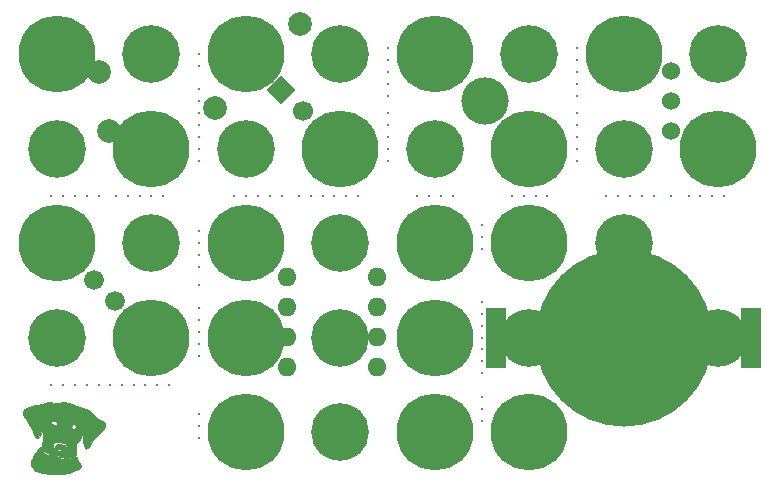
<source format=gts>
G04 #@! TF.FileFunction,Soldermask,Top*
%FSLAX46Y46*%
G04 Gerber Fmt 4.6, Leading zero omitted, Abs format (unit mm)*
G04 Created by KiCad (PCBNEW (2015-08-15 BZR 6092)-product) date 2/28/2016 10:29:08 PM*
%MOMM*%
G01*
G04 APERTURE LIST*
%ADD10C,0.100000*%
%ADD11C,0.010000*%
%ADD12C,0.330200*%
%ADD13C,6.500000*%
%ADD14C,1.676400*%
%ADD15C,1.700000*%
%ADD16O,1.600000X1.600000*%
%ADD17C,1.998980*%
%ADD18C,4.876800*%
%ADD19R,0.500000X3.000000*%
%ADD20R,0.500000X1.800000*%
%ADD21C,4.000000*%
%ADD22C,15.000000*%
%ADD23R,1.778000X5.080000*%
%ADD24C,1.524000*%
%ADD25C,2.000000*%
G04 APERTURE END LIST*
D10*
D11*
G36*
X111712159Y-57254412D02*
X111722000Y-57328658D01*
X111743882Y-57447858D01*
X111798476Y-57601617D01*
X111819588Y-57648101D01*
X111917177Y-57850086D01*
X112342924Y-57911643D01*
X112558081Y-57940435D01*
X112749923Y-57962023D01*
X112884355Y-57972680D01*
X112905736Y-57973200D01*
X113005959Y-57986446D01*
X113042800Y-58014645D01*
X113083231Y-58061799D01*
X113185820Y-58134346D01*
X113251755Y-58173530D01*
X113372136Y-58234069D01*
X113483136Y-58265117D01*
X113620181Y-58271614D01*
X113818696Y-58258501D01*
X113844513Y-58256191D01*
X114059786Y-58228961D01*
X114259337Y-58190601D01*
X114400920Y-58149277D01*
X114403761Y-58148106D01*
X114549055Y-58092446D01*
X114628890Y-58086584D01*
X114670100Y-58137839D01*
X114693800Y-58227200D01*
X114728602Y-58333784D01*
X114766147Y-58379567D01*
X114766977Y-58379600D01*
X114820068Y-58422607D01*
X114886799Y-58529096D01*
X114951507Y-58665264D01*
X114998533Y-58797309D01*
X115012213Y-58891429D01*
X115009474Y-58902979D01*
X114937145Y-58989824D01*
X114792683Y-59095068D01*
X114600539Y-59205569D01*
X114385159Y-59308185D01*
X114170992Y-59389775D01*
X114033400Y-59427663D01*
X113401191Y-59535078D01*
X112822391Y-59570232D01*
X112279935Y-59534048D01*
X112221996Y-59525789D01*
X112002494Y-59490709D01*
X111805379Y-59455450D01*
X111664552Y-59426191D01*
X111637796Y-59419352D01*
X111521834Y-59392769D01*
X111455300Y-59387266D01*
X111418461Y-59357471D01*
X111417200Y-59344800D01*
X111374658Y-59303506D01*
X111315746Y-59294000D01*
X111221569Y-59261377D01*
X111092602Y-59178031D01*
X111015037Y-59113984D01*
X110861596Y-58945955D01*
X110782929Y-58774698D01*
X110777268Y-58580659D01*
X110842844Y-58344281D01*
X110927697Y-58148385D01*
X111024844Y-57971415D01*
X111152021Y-57777613D01*
X111293855Y-57586166D01*
X111434971Y-57416261D01*
X111559998Y-57287085D01*
X111653563Y-57217828D01*
X111678568Y-57211200D01*
X111712159Y-57254412D01*
X111712159Y-57254412D01*
G37*
X111712159Y-57254412D02*
X111722000Y-57328658D01*
X111743882Y-57447858D01*
X111798476Y-57601617D01*
X111819588Y-57648101D01*
X111917177Y-57850086D01*
X112342924Y-57911643D01*
X112558081Y-57940435D01*
X112749923Y-57962023D01*
X112884355Y-57972680D01*
X112905736Y-57973200D01*
X113005959Y-57986446D01*
X113042800Y-58014645D01*
X113083231Y-58061799D01*
X113185820Y-58134346D01*
X113251755Y-58173530D01*
X113372136Y-58234069D01*
X113483136Y-58265117D01*
X113620181Y-58271614D01*
X113818696Y-58258501D01*
X113844513Y-58256191D01*
X114059786Y-58228961D01*
X114259337Y-58190601D01*
X114400920Y-58149277D01*
X114403761Y-58148106D01*
X114549055Y-58092446D01*
X114628890Y-58086584D01*
X114670100Y-58137839D01*
X114693800Y-58227200D01*
X114728602Y-58333784D01*
X114766147Y-58379567D01*
X114766977Y-58379600D01*
X114820068Y-58422607D01*
X114886799Y-58529096D01*
X114951507Y-58665264D01*
X114998533Y-58797309D01*
X115012213Y-58891429D01*
X115009474Y-58902979D01*
X114937145Y-58989824D01*
X114792683Y-59095068D01*
X114600539Y-59205569D01*
X114385159Y-59308185D01*
X114170992Y-59389775D01*
X114033400Y-59427663D01*
X113401191Y-59535078D01*
X112822391Y-59570232D01*
X112279935Y-59534048D01*
X112221996Y-59525789D01*
X112002494Y-59490709D01*
X111805379Y-59455450D01*
X111664552Y-59426191D01*
X111637796Y-59419352D01*
X111521834Y-59392769D01*
X111455300Y-59387266D01*
X111418461Y-59357471D01*
X111417200Y-59344800D01*
X111374658Y-59303506D01*
X111315746Y-59294000D01*
X111221569Y-59261377D01*
X111092602Y-59178031D01*
X111015037Y-59113984D01*
X110861596Y-58945955D01*
X110782929Y-58774698D01*
X110777268Y-58580659D01*
X110842844Y-58344281D01*
X110927697Y-58148385D01*
X111024844Y-57971415D01*
X111152021Y-57777613D01*
X111293855Y-57586166D01*
X111434971Y-57416261D01*
X111559998Y-57287085D01*
X111653563Y-57217828D01*
X111678568Y-57211200D01*
X111712159Y-57254412D01*
G36*
X112586400Y-53431202D02*
X112614677Y-53478588D01*
X112620804Y-53499448D01*
X112665538Y-53576771D01*
X112709844Y-53587086D01*
X112786556Y-53568269D01*
X112934000Y-53539744D01*
X113122479Y-53507197D01*
X113153022Y-53502228D01*
X113434390Y-53471608D01*
X113691951Y-53481038D01*
X113956497Y-53535561D01*
X114258817Y-53640219D01*
X114430173Y-53711374D01*
X114661661Y-53801538D01*
X114910395Y-53883509D01*
X115111882Y-53936985D01*
X115471910Y-54038996D01*
X115758740Y-54181395D01*
X115997801Y-54380173D01*
X116188557Y-54614013D01*
X116340572Y-54763731D01*
X116561853Y-54895878D01*
X116594054Y-54910551D01*
X116824939Y-55023340D01*
X116969896Y-55124043D01*
X117041935Y-55223672D01*
X117055959Y-55301373D01*
X117028702Y-55438743D01*
X116958274Y-55617227D01*
X116861573Y-55805249D01*
X116755494Y-55971236D01*
X116656934Y-56083612D01*
X116625769Y-56105274D01*
X116526145Y-56182514D01*
X116387758Y-56321920D01*
X116228882Y-56501578D01*
X116067790Y-56699575D01*
X115922758Y-56893997D01*
X115812057Y-57062930D01*
X115782424Y-57116609D01*
X115693974Y-57253416D01*
X115596480Y-57353657D01*
X115573337Y-57368663D01*
X115481836Y-57399095D01*
X115408602Y-57357846D01*
X115370966Y-57314753D01*
X115264237Y-57125420D01*
X115203487Y-56871973D01*
X115186786Y-56543272D01*
X115196813Y-56309500D01*
X115205747Y-56093134D01*
X115200929Y-55937325D01*
X115185434Y-55850419D01*
X115162333Y-55840766D01*
X115134700Y-55916714D01*
X115108054Y-56068362D01*
X115023415Y-56378816D01*
X114858359Y-56704471D01*
X114706063Y-56921761D01*
X114622995Y-57032666D01*
X114583568Y-57118660D01*
X114580916Y-57218214D01*
X114608175Y-57369799D01*
X114617901Y-57415818D01*
X114650151Y-57686424D01*
X114614828Y-57885166D01*
X114510159Y-58017597D01*
X114409092Y-58069037D01*
X114210842Y-58115684D01*
X113961797Y-58144146D01*
X113710187Y-58151165D01*
X113504243Y-58133484D01*
X113491672Y-58131007D01*
X113327184Y-58080738D01*
X113183263Y-58012012D01*
X113177435Y-58008274D01*
X113063399Y-57958986D01*
X112886117Y-57909596D01*
X112683395Y-57870585D01*
X112677763Y-57869750D01*
X112393093Y-57822349D01*
X112191247Y-57773384D01*
X112053572Y-57716265D01*
X111961415Y-57644405D01*
X111929874Y-57605571D01*
X111871549Y-57496199D01*
X112826282Y-57496199D01*
X112831211Y-57527867D01*
X112833889Y-57530609D01*
X112917103Y-57564635D01*
X113049510Y-57577094D01*
X113064345Y-57576722D01*
X113191383Y-57585020D01*
X113268265Y-57614128D01*
X113272402Y-57619221D01*
X113343919Y-57661973D01*
X113388698Y-57667622D01*
X113443418Y-57657829D01*
X113404591Y-57622501D01*
X113357697Y-57561813D01*
X113361987Y-57533819D01*
X113356768Y-57463355D01*
X113317695Y-57391430D01*
X113264386Y-57329944D01*
X113246737Y-57352153D01*
X113246000Y-57374534D01*
X113214311Y-57432892D01*
X113144400Y-57429119D01*
X113060819Y-57431742D01*
X113042800Y-57465197D01*
X113000366Y-57506930D01*
X112911948Y-57502830D01*
X112826282Y-57496199D01*
X111871549Y-57496199D01*
X111867930Y-57489413D01*
X111810273Y-57334538D01*
X111766904Y-57175967D01*
X111765115Y-57164028D01*
X112636400Y-57164028D01*
X112647858Y-57289925D01*
X112676423Y-57359049D01*
X112687200Y-57363600D01*
X112786537Y-57343005D01*
X112799529Y-57294189D01*
X112813847Y-57223429D01*
X112862059Y-57132357D01*
X112914001Y-57068080D01*
X112981073Y-57036123D01*
X113092801Y-57029557D01*
X113256771Y-57039692D01*
X113485837Y-57073782D01*
X113637680Y-57140768D01*
X113734602Y-57253110D01*
X113767516Y-57325099D01*
X113763872Y-57404847D01*
X113675682Y-57478002D01*
X113650651Y-57491503D01*
X113548508Y-57551005D01*
X113500521Y-57592116D01*
X113500000Y-57594472D01*
X113541077Y-57601131D01*
X113634816Y-57586594D01*
X113736974Y-57560202D01*
X113803311Y-57531294D01*
X113804667Y-57530152D01*
X113824986Y-57459058D01*
X113824509Y-57328972D01*
X113807539Y-57179354D01*
X113778382Y-57049662D01*
X113744897Y-56982231D01*
X113668698Y-56948394D01*
X113522186Y-56908070D01*
X113335850Y-56867453D01*
X113140183Y-56832738D01*
X112965675Y-56810119D01*
X112871543Y-56804800D01*
X112752224Y-56850800D01*
X112669209Y-56974577D01*
X112636467Y-57154791D01*
X112636400Y-57164028D01*
X111765115Y-57164028D01*
X111747829Y-57048726D01*
X111755471Y-56994939D01*
X111766078Y-56930340D01*
X111776174Y-56783736D01*
X111784811Y-56574721D01*
X111791043Y-56322890D01*
X111792462Y-56229701D01*
X111794546Y-55985064D01*
X111794118Y-55793426D01*
X111791384Y-55668827D01*
X111786731Y-55626897D01*
X114216390Y-55626897D01*
X114248544Y-55674123D01*
X114343833Y-55686718D01*
X114412775Y-55687200D01*
X114571643Y-55669065D01*
X114647467Y-55617479D01*
X114648506Y-55614969D01*
X114648013Y-55516575D01*
X114618136Y-55434202D01*
X114544577Y-55355482D01*
X114422442Y-55339387D01*
X114398324Y-55341333D01*
X114284126Y-55366223D01*
X114234784Y-55433583D01*
X114220681Y-55522100D01*
X114216390Y-55626897D01*
X111786731Y-55626897D01*
X111786554Y-55625308D01*
X111783682Y-55636400D01*
X111720148Y-55936383D01*
X111625751Y-56186188D01*
X111508592Y-56371740D01*
X111376772Y-56478968D01*
X111286593Y-56500000D01*
X111228988Y-56486556D01*
X111175555Y-56435222D01*
X111116001Y-56329489D01*
X111040030Y-56152853D01*
X110988480Y-56021980D01*
X110877224Y-55768797D01*
X110726982Y-55473322D01*
X110561494Y-55180221D01*
X112518373Y-55180221D01*
X112521498Y-55195180D01*
X112597765Y-55344184D01*
X112722766Y-55418706D01*
X112870652Y-55408745D01*
X112953900Y-55362484D01*
X113024997Y-55282089D01*
X113039723Y-55210059D01*
X112992000Y-55179200D01*
X112946931Y-55138054D01*
X112941200Y-55103000D01*
X112895966Y-55042383D01*
X112792954Y-55026800D01*
X112619063Y-55041422D01*
X112531443Y-55090139D01*
X112518373Y-55180221D01*
X110561494Y-55180221D01*
X110558712Y-55175294D01*
X110445874Y-54993280D01*
X110296702Y-54759686D01*
X110197086Y-54591252D01*
X110138720Y-54469624D01*
X110113301Y-54376447D01*
X110112524Y-54293365D01*
X110116297Y-54264800D01*
X110165907Y-54116826D01*
X110247889Y-54002302D01*
X110252278Y-53998589D01*
X110390831Y-53919398D01*
X110605871Y-53837352D01*
X110872807Y-53759878D01*
X111167047Y-53694403D01*
X111372911Y-53660135D01*
X111608921Y-53620640D01*
X111851466Y-53570427D01*
X112026800Y-53526151D01*
X112268454Y-53458176D01*
X112430679Y-53420214D01*
X112530864Y-53411483D01*
X112586400Y-53431202D01*
X112586400Y-53431202D01*
G37*
X112586400Y-53431202D02*
X112614677Y-53478588D01*
X112620804Y-53499448D01*
X112665538Y-53576771D01*
X112709844Y-53587086D01*
X112786556Y-53568269D01*
X112934000Y-53539744D01*
X113122479Y-53507197D01*
X113153022Y-53502228D01*
X113434390Y-53471608D01*
X113691951Y-53481038D01*
X113956497Y-53535561D01*
X114258817Y-53640219D01*
X114430173Y-53711374D01*
X114661661Y-53801538D01*
X114910395Y-53883509D01*
X115111882Y-53936985D01*
X115471910Y-54038996D01*
X115758740Y-54181395D01*
X115997801Y-54380173D01*
X116188557Y-54614013D01*
X116340572Y-54763731D01*
X116561853Y-54895878D01*
X116594054Y-54910551D01*
X116824939Y-55023340D01*
X116969896Y-55124043D01*
X117041935Y-55223672D01*
X117055959Y-55301373D01*
X117028702Y-55438743D01*
X116958274Y-55617227D01*
X116861573Y-55805249D01*
X116755494Y-55971236D01*
X116656934Y-56083612D01*
X116625769Y-56105274D01*
X116526145Y-56182514D01*
X116387758Y-56321920D01*
X116228882Y-56501578D01*
X116067790Y-56699575D01*
X115922758Y-56893997D01*
X115812057Y-57062930D01*
X115782424Y-57116609D01*
X115693974Y-57253416D01*
X115596480Y-57353657D01*
X115573337Y-57368663D01*
X115481836Y-57399095D01*
X115408602Y-57357846D01*
X115370966Y-57314753D01*
X115264237Y-57125420D01*
X115203487Y-56871973D01*
X115186786Y-56543272D01*
X115196813Y-56309500D01*
X115205747Y-56093134D01*
X115200929Y-55937325D01*
X115185434Y-55850419D01*
X115162333Y-55840766D01*
X115134700Y-55916714D01*
X115108054Y-56068362D01*
X115023415Y-56378816D01*
X114858359Y-56704471D01*
X114706063Y-56921761D01*
X114622995Y-57032666D01*
X114583568Y-57118660D01*
X114580916Y-57218214D01*
X114608175Y-57369799D01*
X114617901Y-57415818D01*
X114650151Y-57686424D01*
X114614828Y-57885166D01*
X114510159Y-58017597D01*
X114409092Y-58069037D01*
X114210842Y-58115684D01*
X113961797Y-58144146D01*
X113710187Y-58151165D01*
X113504243Y-58133484D01*
X113491672Y-58131007D01*
X113327184Y-58080738D01*
X113183263Y-58012012D01*
X113177435Y-58008274D01*
X113063399Y-57958986D01*
X112886117Y-57909596D01*
X112683395Y-57870585D01*
X112677763Y-57869750D01*
X112393093Y-57822349D01*
X112191247Y-57773384D01*
X112053572Y-57716265D01*
X111961415Y-57644405D01*
X111929874Y-57605571D01*
X111871549Y-57496199D01*
X112826282Y-57496199D01*
X112831211Y-57527867D01*
X112833889Y-57530609D01*
X112917103Y-57564635D01*
X113049510Y-57577094D01*
X113064345Y-57576722D01*
X113191383Y-57585020D01*
X113268265Y-57614128D01*
X113272402Y-57619221D01*
X113343919Y-57661973D01*
X113388698Y-57667622D01*
X113443418Y-57657829D01*
X113404591Y-57622501D01*
X113357697Y-57561813D01*
X113361987Y-57533819D01*
X113356768Y-57463355D01*
X113317695Y-57391430D01*
X113264386Y-57329944D01*
X113246737Y-57352153D01*
X113246000Y-57374534D01*
X113214311Y-57432892D01*
X113144400Y-57429119D01*
X113060819Y-57431742D01*
X113042800Y-57465197D01*
X113000366Y-57506930D01*
X112911948Y-57502830D01*
X112826282Y-57496199D01*
X111871549Y-57496199D01*
X111867930Y-57489413D01*
X111810273Y-57334538D01*
X111766904Y-57175967D01*
X111765115Y-57164028D01*
X112636400Y-57164028D01*
X112647858Y-57289925D01*
X112676423Y-57359049D01*
X112687200Y-57363600D01*
X112786537Y-57343005D01*
X112799529Y-57294189D01*
X112813847Y-57223429D01*
X112862059Y-57132357D01*
X112914001Y-57068080D01*
X112981073Y-57036123D01*
X113092801Y-57029557D01*
X113256771Y-57039692D01*
X113485837Y-57073782D01*
X113637680Y-57140768D01*
X113734602Y-57253110D01*
X113767516Y-57325099D01*
X113763872Y-57404847D01*
X113675682Y-57478002D01*
X113650651Y-57491503D01*
X113548508Y-57551005D01*
X113500521Y-57592116D01*
X113500000Y-57594472D01*
X113541077Y-57601131D01*
X113634816Y-57586594D01*
X113736974Y-57560202D01*
X113803311Y-57531294D01*
X113804667Y-57530152D01*
X113824986Y-57459058D01*
X113824509Y-57328972D01*
X113807539Y-57179354D01*
X113778382Y-57049662D01*
X113744897Y-56982231D01*
X113668698Y-56948394D01*
X113522186Y-56908070D01*
X113335850Y-56867453D01*
X113140183Y-56832738D01*
X112965675Y-56810119D01*
X112871543Y-56804800D01*
X112752224Y-56850800D01*
X112669209Y-56974577D01*
X112636467Y-57154791D01*
X112636400Y-57164028D01*
X111765115Y-57164028D01*
X111747829Y-57048726D01*
X111755471Y-56994939D01*
X111766078Y-56930340D01*
X111776174Y-56783736D01*
X111784811Y-56574721D01*
X111791043Y-56322890D01*
X111792462Y-56229701D01*
X111794546Y-55985064D01*
X111794118Y-55793426D01*
X111791384Y-55668827D01*
X111786731Y-55626897D01*
X114216390Y-55626897D01*
X114248544Y-55674123D01*
X114343833Y-55686718D01*
X114412775Y-55687200D01*
X114571643Y-55669065D01*
X114647467Y-55617479D01*
X114648506Y-55614969D01*
X114648013Y-55516575D01*
X114618136Y-55434202D01*
X114544577Y-55355482D01*
X114422442Y-55339387D01*
X114398324Y-55341333D01*
X114284126Y-55366223D01*
X114234784Y-55433583D01*
X114220681Y-55522100D01*
X114216390Y-55626897D01*
X111786731Y-55626897D01*
X111786554Y-55625308D01*
X111783682Y-55636400D01*
X111720148Y-55936383D01*
X111625751Y-56186188D01*
X111508592Y-56371740D01*
X111376772Y-56478968D01*
X111286593Y-56500000D01*
X111228988Y-56486556D01*
X111175555Y-56435222D01*
X111116001Y-56329489D01*
X111040030Y-56152853D01*
X110988480Y-56021980D01*
X110877224Y-55768797D01*
X110726982Y-55473322D01*
X110561494Y-55180221D01*
X112518373Y-55180221D01*
X112521498Y-55195180D01*
X112597765Y-55344184D01*
X112722766Y-55418706D01*
X112870652Y-55408745D01*
X112953900Y-55362484D01*
X113024997Y-55282089D01*
X113039723Y-55210059D01*
X112992000Y-55179200D01*
X112946931Y-55138054D01*
X112941200Y-55103000D01*
X112895966Y-55042383D01*
X112792954Y-55026800D01*
X112619063Y-55041422D01*
X112531443Y-55090139D01*
X112518373Y-55180221D01*
X110561494Y-55180221D01*
X110558712Y-55175294D01*
X110445874Y-54993280D01*
X110296702Y-54759686D01*
X110197086Y-54591252D01*
X110138720Y-54469624D01*
X110113301Y-54376447D01*
X110112524Y-54293365D01*
X110116297Y-54264800D01*
X110165907Y-54116826D01*
X110247889Y-54002302D01*
X110252278Y-53998589D01*
X110390831Y-53919398D01*
X110605871Y-53837352D01*
X110872807Y-53759878D01*
X111167047Y-53694403D01*
X111372911Y-53660135D01*
X111608921Y-53620640D01*
X111851466Y-53570427D01*
X112026800Y-53526151D01*
X112268454Y-53458176D01*
X112430679Y-53420214D01*
X112530864Y-53411483D01*
X112586400Y-53431202D01*
G36*
X112788800Y-57338200D02*
X112763400Y-57363600D01*
X112738000Y-57338200D01*
X112763400Y-57312800D01*
X112788800Y-57338200D01*
X112788800Y-57338200D01*
G37*
X112788800Y-57338200D02*
X112763400Y-57363600D01*
X112738000Y-57338200D01*
X112763400Y-57312800D01*
X112788800Y-57338200D01*
G36*
X113754000Y-57084200D02*
X113728600Y-57109600D01*
X113703200Y-57084200D01*
X113728600Y-57058800D01*
X113754000Y-57084200D01*
X113754000Y-57084200D01*
G37*
X113754000Y-57084200D02*
X113728600Y-57109600D01*
X113703200Y-57084200D01*
X113728600Y-57058800D01*
X113754000Y-57084200D01*
D12*
X141000000Y-26484000D03*
X141000000Y-27500000D03*
X141000000Y-31984000D03*
X141000000Y-33000000D03*
X157000000Y-31984000D03*
X157000000Y-33000000D03*
D13*
X145000000Y-56000000D03*
D14*
X116101974Y-43101974D03*
X117898026Y-44898026D03*
D12*
X125000000Y-56516000D03*
X125000000Y-54484000D03*
X125000000Y-55500000D03*
X120016000Y-36000000D03*
X117984000Y-36000000D03*
X119000000Y-36000000D03*
X114516000Y-36000000D03*
X112484000Y-36000000D03*
X113500000Y-36000000D03*
X145516000Y-36000000D03*
X143484000Y-36000000D03*
X144500000Y-36000000D03*
X114516000Y-52000000D03*
X112484000Y-52000000D03*
X113500000Y-52000000D03*
X122516000Y-52000000D03*
X120484000Y-52000000D03*
X121500000Y-52000000D03*
X119516000Y-52000000D03*
X117484000Y-52000000D03*
X118500000Y-52000000D03*
X125000000Y-49516000D03*
X125000000Y-47484000D03*
X125000000Y-48500000D03*
X149000000Y-48016000D03*
X149000000Y-45984000D03*
X149000000Y-47000000D03*
X149000000Y-51016000D03*
X149000000Y-48984000D03*
X149000000Y-50000000D03*
X149000000Y-55016000D03*
X149000000Y-52984000D03*
X149000000Y-54000000D03*
X149000000Y-40516000D03*
X149000000Y-38484000D03*
X149000000Y-39500000D03*
X136484000Y-36000000D03*
X138516000Y-36000000D03*
X137500000Y-36000000D03*
X127984000Y-36000000D03*
X130016000Y-36000000D03*
X129000000Y-36000000D03*
X125000000Y-29016000D03*
X125000000Y-26984000D03*
X125000000Y-28000000D03*
X125000000Y-32016000D03*
X125000000Y-29984000D03*
X125000000Y-31000000D03*
X141000000Y-25516000D03*
X141000000Y-23484000D03*
X141000000Y-24500000D03*
X141000000Y-31016000D03*
X141000000Y-28984000D03*
X141000000Y-30000000D03*
X157000000Y-25516000D03*
X157000000Y-23484000D03*
X157000000Y-24500000D03*
X157000000Y-31016000D03*
X157000000Y-28984000D03*
X157000000Y-30000000D03*
X151484000Y-36000000D03*
X153516000Y-36000000D03*
X152500000Y-36000000D03*
X132016000Y-36000000D03*
X131000000Y-36000000D03*
X167484000Y-36000000D03*
X169516000Y-36000000D03*
X168500000Y-36000000D03*
D10*
G36*
X132000000Y-28202082D02*
X130797918Y-27000000D01*
X132000000Y-25797918D01*
X133202082Y-27000000D01*
X132000000Y-28202082D01*
X132000000Y-28202082D01*
G37*
D15*
X133796051Y-28796051D03*
D16*
X132500000Y-42900000D03*
X132500000Y-45440000D03*
X132500000Y-47980000D03*
X132500000Y-50520000D03*
X140120000Y-50520000D03*
X140120000Y-47980000D03*
X140120000Y-45440000D03*
X140120000Y-42900000D03*
D17*
X126407898Y-28592102D03*
X133592102Y-21407898D03*
D13*
X129000000Y-48000000D03*
X145000000Y-48000000D03*
D18*
X169000000Y-24000000D03*
X161000000Y-32000000D03*
X153000000Y-24000000D03*
X145000000Y-32000000D03*
X137000000Y-24000000D03*
X129000000Y-32000000D03*
X113000000Y-48000000D03*
X121000000Y-40000000D03*
X113000000Y-32000000D03*
X121000000Y-24000000D03*
D19*
X150250000Y-28000000D03*
D20*
X147615000Y-28000000D03*
D21*
X149250000Y-28000000D03*
D22*
X161000000Y-48000000D03*
D23*
X150205000Y-48000000D03*
X171795000Y-48000000D03*
D18*
X137000000Y-40000000D03*
D13*
X129000000Y-40000000D03*
X129000000Y-56000000D03*
X145000000Y-40000000D03*
D18*
X137000000Y-48000000D03*
X137000000Y-56000000D03*
X161000000Y-48000000D03*
D13*
X161000000Y-24000000D03*
X169000000Y-32000000D03*
D18*
X169000000Y-48000000D03*
X153000000Y-48000000D03*
D24*
X165000000Y-28000000D03*
X165000000Y-30540000D03*
X165000000Y-25460000D03*
D13*
X129000000Y-24000000D03*
X137000000Y-32000000D03*
X145000000Y-24000000D03*
X153000000Y-32000000D03*
X153000000Y-40000000D03*
X153000000Y-56000000D03*
D18*
X161000000Y-40000000D03*
D13*
X113000000Y-40000000D03*
X121000000Y-48000000D03*
X113000000Y-24000000D03*
X121000000Y-32000000D03*
D25*
X117434120Y-30462019D03*
X116565880Y-25537981D03*
D12*
X159484000Y-36000000D03*
X161516000Y-36000000D03*
X160500000Y-36000000D03*
X125000000Y-23984000D03*
X125000000Y-25000000D03*
X125000000Y-33000000D03*
X149000000Y-45000000D03*
X125000000Y-40984000D03*
X125000000Y-42000000D03*
X125000000Y-43500000D03*
X157000000Y-26484000D03*
X157000000Y-27500000D03*
X163516000Y-36000000D03*
X162500000Y-36000000D03*
X135516000Y-36000000D03*
X134500000Y-36000000D03*
X133500000Y-36000000D03*
X146500000Y-36000000D03*
X154500000Y-36000000D03*
X116516000Y-52000000D03*
X115500000Y-52000000D03*
X125000000Y-45484000D03*
X125000000Y-46500000D03*
X122016000Y-36000000D03*
X121000000Y-36000000D03*
X116516000Y-36000000D03*
X115500000Y-36000000D03*
X125000000Y-38984000D03*
X125000000Y-40000000D03*
X165000000Y-36000000D03*
X166500000Y-36000000D03*
M02*

</source>
